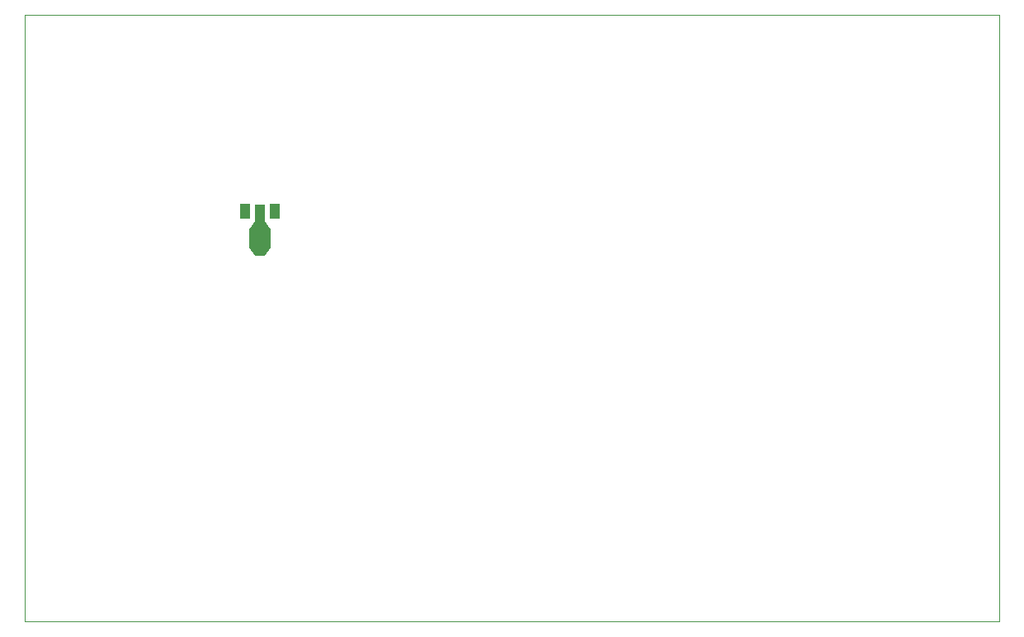
<source format=gbr>
%TF.GenerationSoftware,KiCad,Pcbnew,5.1.3-ffb9f22~84~ubuntu16.04.1*%
%TF.CreationDate,2019-07-26T23:51:29+02:00*%
%TF.ProjectId,Raspberry-I2C-LCD-and-Keypad,52617370-6265-4727-9279-2d4932432d4c,rev?*%
%TF.SameCoordinates,Original*%
%TF.FileFunction,Paste,Top*%
%TF.FilePolarity,Positive*%
%FSLAX46Y46*%
G04 Gerber Fmt 4.6, Leading zero omitted, Abs format (unit mm)*
G04 Created by KiCad (PCBNEW 5.1.3-ffb9f22~84~ubuntu16.04.1) date 2019-07-26 23:51:29*
%MOMM*%
%LPD*%
G04 APERTURE LIST*
%ADD10C,0.050000*%
%ADD11C,1.000000*%
%ADD12C,0.100000*%
%ADD13R,2.200000X1.840000*%
%ADD14R,1.000000X1.500000*%
%ADD15R,1.000000X1.800000*%
%ADD16C,0.850000*%
G04 APERTURE END LIST*
D10*
X191439800Y-69850000D02*
X91440000Y-69850000D01*
X191439800Y-132080000D02*
X191439800Y-69850000D01*
X91440000Y-132080000D02*
X191439800Y-132080000D01*
X91440000Y-69850000D02*
X91440000Y-132080000D01*
D11*
X115570000Y-91363800D03*
D12*
G36*
X114470000Y-91863800D02*
G01*
X115170000Y-90863800D01*
X115970000Y-90863800D01*
X116670000Y-91863800D01*
X114470000Y-91863800D01*
X114470000Y-91863800D01*
G37*
D13*
X115570000Y-92773500D03*
D14*
X114070000Y-89960000D03*
D15*
X115570000Y-90106500D03*
D14*
X117070000Y-89960000D03*
D16*
X115570000Y-94107000D03*
D12*
G36*
X116670000Y-93682000D02*
G01*
X116070000Y-94532000D01*
X115070000Y-94532000D01*
X114470000Y-93682000D01*
X116670000Y-93682000D01*
X116670000Y-93682000D01*
G37*
M02*

</source>
